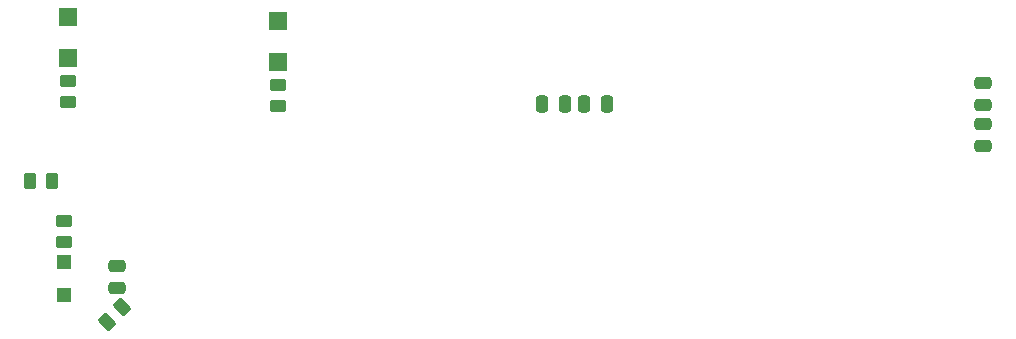
<source format=gtp>
%TF.GenerationSoftware,KiCad,Pcbnew,9.0.7*%
%TF.CreationDate,2026-02-20T12:59:29-06:00*%
%TF.ProjectId,Lab2_starter,4c616232-5f73-4746-9172-7465722e6b69,rev?*%
%TF.SameCoordinates,Original*%
%TF.FileFunction,Paste,Top*%
%TF.FilePolarity,Positive*%
%FSLAX46Y46*%
G04 Gerber Fmt 4.6, Leading zero omitted, Abs format (unit mm)*
G04 Created by KiCad (PCBNEW 9.0.7) date 2026-02-20 12:59:29*
%MOMM*%
%LPD*%
G01*
G04 APERTURE LIST*
G04 Aperture macros list*
%AMRoundRect*
0 Rectangle with rounded corners*
0 $1 Rounding radius*
0 $2 $3 $4 $5 $6 $7 $8 $9 X,Y pos of 4 corners*
0 Add a 4 corners polygon primitive as box body*
4,1,4,$2,$3,$4,$5,$6,$7,$8,$9,$2,$3,0*
0 Add four circle primitives for the rounded corners*
1,1,$1+$1,$2,$3*
1,1,$1+$1,$4,$5*
1,1,$1+$1,$6,$7*
1,1,$1+$1,$8,$9*
0 Add four rect primitives between the rounded corners*
20,1,$1+$1,$2,$3,$4,$5,0*
20,1,$1+$1,$4,$5,$6,$7,0*
20,1,$1+$1,$6,$7,$8,$9,0*
20,1,$1+$1,$8,$9,$2,$3,0*%
G04 Aperture macros list end*
%ADD10RoundRect,0.250000X0.450000X-0.262500X0.450000X0.262500X-0.450000X0.262500X-0.450000X-0.262500X0*%
%ADD11RoundRect,0.250000X0.132583X-0.503814X0.503814X-0.132583X-0.132583X0.503814X-0.503814X0.132583X0*%
%ADD12R,1.600000X1.500000*%
%ADD13RoundRect,0.250000X-0.475000X0.250000X-0.475000X-0.250000X0.475000X-0.250000X0.475000X0.250000X0*%
%ADD14R,1.200000X1.200000*%
%ADD15RoundRect,0.250000X0.475000X-0.250000X0.475000X0.250000X-0.475000X0.250000X-0.475000X-0.250000X0*%
%ADD16RoundRect,0.250000X-0.450000X0.262500X-0.450000X-0.262500X0.450000X-0.262500X0.450000X0.262500X0*%
%ADD17RoundRect,0.250000X0.250000X0.475000X-0.250000X0.475000X-0.250000X-0.475000X0.250000X-0.475000X0*%
%ADD18RoundRect,0.250000X0.262500X0.450000X-0.262500X0.450000X-0.262500X-0.450000X0.262500X-0.450000X0*%
%ADD19RoundRect,0.250000X-0.250000X-0.475000X0.250000X-0.475000X0.250000X0.475000X-0.250000X0.475000X0*%
G04 APERTURE END LIST*
D10*
%TO.C,R13*%
X28194000Y-112946205D03*
X28194000Y-111121205D03*
%TD*%
D11*
%TO.C,R4*%
X31866765Y-119689340D03*
X33157235Y-118398870D03*
%TD*%
D12*
%TO.C,D3*%
X28594000Y-97362505D03*
X28594000Y-93862505D03*
%TD*%
D13*
%TO.C,C10*%
X106070400Y-99420600D03*
X106070400Y-101320600D03*
%TD*%
D14*
%TO.C,D2*%
X28200000Y-117366105D03*
X28200000Y-114566105D03*
%TD*%
D15*
%TO.C,C7*%
X106070400Y-104810600D03*
X106070400Y-102910600D03*
%TD*%
D16*
%TO.C,R10*%
X28594000Y-99272005D03*
X28594000Y-101097005D03*
%TD*%
D17*
%TO.C,C13*%
X74168000Y-101231354D03*
X72268000Y-101231354D03*
%TD*%
D12*
%TO.C,D4*%
X46374000Y-97690505D03*
X46374000Y-94190505D03*
%TD*%
D18*
%TO.C,R12*%
X27201500Y-107741105D03*
X25376500Y-107741105D03*
%TD*%
D16*
%TO.C,R11*%
X46374000Y-99600005D03*
X46374000Y-101425005D03*
%TD*%
D15*
%TO.C,C3*%
X32700000Y-116819105D03*
X32700000Y-114919105D03*
%TD*%
D19*
%TO.C,C17*%
X68712000Y-101231354D03*
X70612000Y-101231354D03*
%TD*%
M02*

</source>
